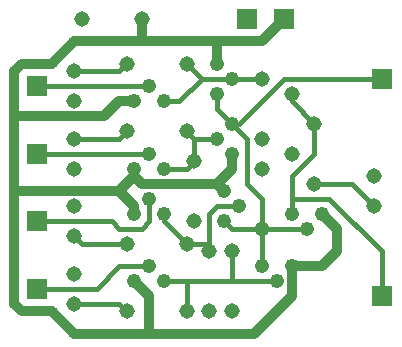
<source format=gbl>
G75*
G70*
%OFA0B0*%
%FSLAX24Y24*%
%IPPOS*%
%LPD*%
%AMOC8*
5,1,8,0,0,1.08239X$1,22.5*
%
%ADD10C,0.0515*%
%ADD11R,0.0709X0.0709*%
%ADD12C,0.0476*%
%ADD13C,0.0160*%
%ADD14C,0.0320*%
D10*
X002850Y004660D03*
X002850Y005660D03*
X002850Y006910D03*
X002850Y007910D03*
X002850Y009160D03*
X002850Y010160D03*
X002850Y011410D03*
X002850Y012410D03*
X003100Y014160D03*
X004600Y012660D03*
X005100Y014160D03*
X006600Y012660D03*
X006600Y010410D03*
X006850Y009410D03*
X006850Y007410D03*
X006600Y006660D03*
X007350Y006410D03*
X008100Y006410D03*
X009100Y007160D03*
X010850Y008660D03*
X010100Y009660D03*
X010850Y010660D03*
X010100Y011660D03*
X009100Y012160D03*
X009100Y010160D03*
X009100Y009160D03*
X012850Y008910D03*
X012850Y007910D03*
X008100Y004410D03*
X007350Y004410D03*
X006600Y004410D03*
X004600Y004410D03*
X004600Y006660D03*
X004600Y010410D03*
D11*
X001600Y009660D03*
X001600Y007410D03*
X001600Y005160D03*
X001600Y011910D03*
X008600Y014160D03*
X009850Y014160D03*
X013100Y012160D03*
X013100Y004910D03*
D12*
X010600Y007160D03*
X010100Y007660D03*
X011100Y007660D03*
X010100Y005910D03*
X009600Y005410D03*
X009100Y005910D03*
X007850Y007410D03*
X008350Y007910D03*
X007850Y008410D03*
X008100Y009660D03*
X007600Y010160D03*
X008100Y010660D03*
X007600Y011660D03*
X008100Y012160D03*
X007600Y012660D03*
X005850Y011410D03*
X005350Y011910D03*
X004850Y011410D03*
X005350Y009660D03*
X004850Y009160D03*
X005850Y009160D03*
X005350Y008160D03*
X004850Y007660D03*
X005850Y007660D03*
X005350Y005910D03*
X004850Y005410D03*
X005850Y005410D03*
D13*
X006600Y005410D01*
X006600Y004410D01*
X006600Y005410D02*
X008100Y005410D01*
X008100Y006410D01*
X008100Y007160D02*
X007850Y007410D01*
X008100Y007160D02*
X009100Y007160D01*
X010600Y007160D01*
X010100Y007660D02*
X010100Y008160D01*
X011350Y008160D01*
X013100Y006410D01*
X013100Y004910D01*
X012850Y007910D02*
X012100Y008660D01*
X010850Y008660D01*
X010100Y008910D02*
X010100Y008160D01*
X010100Y008910D02*
X010850Y009660D01*
X010850Y010660D01*
X010100Y011410D01*
X010100Y011660D01*
X009850Y012160D02*
X008350Y010660D01*
X008100Y010660D01*
X008600Y010160D01*
X008600Y008660D01*
X009100Y008160D01*
X009100Y007160D01*
X009100Y005910D01*
X009600Y005410D02*
X008100Y005410D01*
X007350Y006410D02*
X007350Y006660D01*
X006600Y006660D01*
X005850Y007410D01*
X005850Y007660D01*
X005350Y007410D02*
X005350Y008160D01*
X005350Y007410D02*
X005100Y007160D01*
X004350Y007160D01*
X004100Y007410D01*
X001600Y007410D01*
X002850Y006910D02*
X003100Y006660D01*
X004600Y006660D01*
X004350Y005910D02*
X005350Y005910D01*
X004350Y005910D02*
X003600Y005160D01*
X001600Y005160D01*
X002850Y004660D02*
X004350Y004660D01*
X004600Y004410D01*
X007350Y006660D02*
X007350Y007660D01*
X007600Y007910D01*
X008350Y007910D01*
X006850Y009410D02*
X006600Y009160D01*
X005850Y009160D01*
X005350Y009660D02*
X001600Y009660D01*
X002850Y010160D02*
X004350Y010160D01*
X004600Y010410D01*
X005850Y011410D02*
X006350Y011410D01*
X007100Y012160D01*
X006600Y012660D01*
X007100Y012160D02*
X008100Y012160D01*
X009100Y012160D01*
X009850Y012160D02*
X013100Y012160D01*
X008100Y010660D02*
X007600Y011160D01*
X007600Y011660D01*
X006600Y010410D02*
X006850Y010160D01*
X007600Y010160D01*
X006850Y010160D02*
X006850Y009410D01*
X005350Y011910D02*
X001600Y011910D01*
X002850Y012410D02*
X004350Y012410D01*
X004600Y012660D01*
D14*
X002100Y004410D02*
X002850Y003660D01*
X005350Y003660D01*
X005350Y004910D01*
X004850Y005410D01*
X005350Y003660D02*
X008850Y003660D01*
X010100Y004910D01*
X010100Y005910D01*
X011100Y005910D01*
X011600Y006410D01*
X011600Y007160D01*
X011100Y007660D01*
X008100Y009160D02*
X007600Y008660D01*
X007850Y008410D01*
X007600Y008660D02*
X005100Y008660D01*
X004850Y008910D01*
X004350Y008410D01*
X000850Y008410D01*
X000850Y010910D01*
X003850Y010910D01*
X004350Y011410D01*
X004850Y011410D01*
X005100Y013410D02*
X005100Y014160D01*
X005100Y013410D02*
X007600Y013410D01*
X007600Y012660D01*
X007600Y013410D02*
X009100Y013410D01*
X009850Y014160D01*
X008100Y009660D02*
X008100Y009160D01*
X004850Y009160D02*
X004850Y008910D01*
X004350Y008410D02*
X004850Y007910D01*
X004850Y007660D01*
X002100Y004410D02*
X001100Y004410D01*
X000850Y004660D01*
X000850Y008410D01*
X000850Y010910D02*
X000850Y012410D01*
X001100Y012660D01*
X002100Y012660D01*
X002850Y013410D01*
X005100Y013410D01*
M02*

</source>
